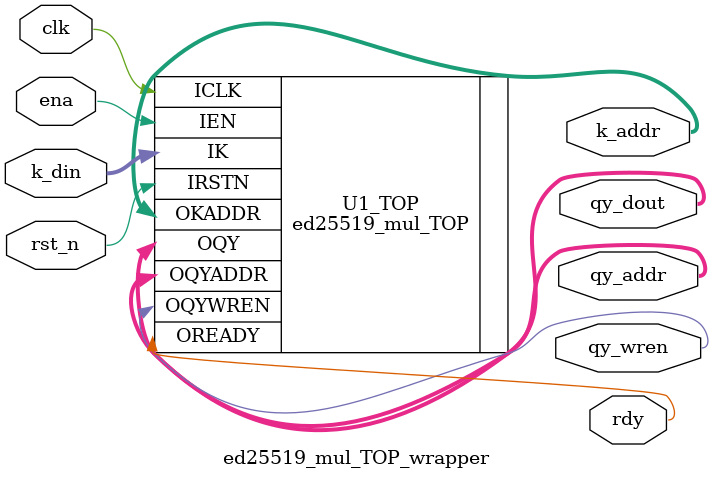
<source format=v>
module ed25519_mul_TOP_wrapper (
	input			clk,
	input			rst_n,
	
	input			ena,
	output			rdy,
	
	output	[2:0]	k_addr,
	output	[2:0]	qy_addr,
	output			qy_wren,
	input	[31:0]	k_din,
	output	[31:0]	qy_dout
);

 ed25519_mul_TOP U1_TOP (
	.ICLK		(clk),
	.IRSTN		(rst_n),
	 
	.IEN		(ena),
	.OREADY		(rdy),
	 
	.OKADDR		(k_addr),
	.OQYADDR	(qy_addr),
	.OQYWREN	(qy_wren),
	.IK			(k_din),
	.OQY		(qy_dout)
 );

endmodule

</source>
